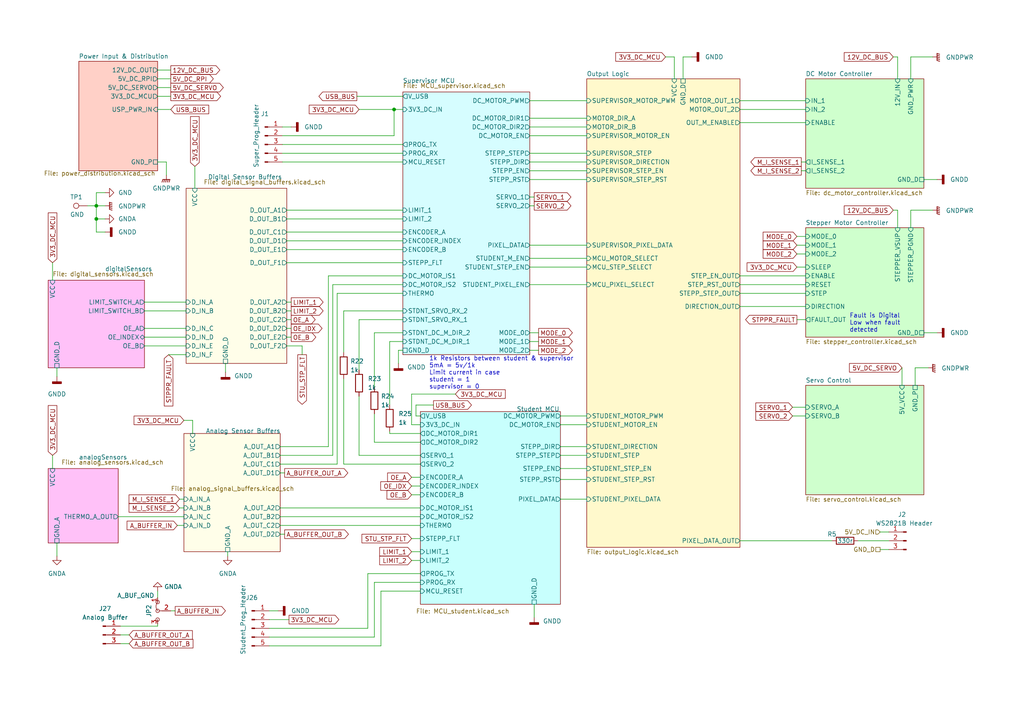
<source format=kicad_sch>
(kicad_sch (version 20211123) (generator eeschema)
  (paper "A4")
  (lib_symbols
    (symbol "000_Connectors_Immo:Jumper_3_Bridged12" (pin_names (offset 0) hide)
      (property "Reference" "JP" (at -2.54 -2.54 0))
      (property "Value" "Jumper_3_Bridged12" (at 0 2.794 0))
      (symbol "Jumper_3_Bridged12_0_0"
        (circle (center -2.54 0) (radius 0.508))
        (circle (center 0 0) (radius 0.508))
        (circle (center 2.54 0) (radius 0.508))
      )
      (symbol "Jumper_3_Bridged12_0_1"
        (arc (start 0 -0.0807) (mid -1.27 0.4699) (end -2.54 -0.0807))
        (polyline (pts (xy 0 -1.27) (xy 0 -0.508)))
      )
      (symbol "Jumper_3_Bridged12_1_1"
        (pin passive line (at -3.81 0 0) (length 1.27) (name "A") (number "1"))
        (pin input line (at 0 -3.81 90) (length 2.54) (name "C") (number "2"))
        (pin passive line (at 3.81 0 180) (length 1.27) (name "B") (number "3"))
      )
    )
    (symbol "000_Pin_Headers_Immo:Conn_01x05_Male" (pin_names (offset 1.016) hide)
      (property "Reference" "J" (at 0 7.62 0))
      (property "Value" "Conn_01x05_Male" (at 0 -7.62 0))
      (symbol "Conn_01x05_Male_1_1"
        (polyline (pts (xy 1.27 -5.08) (xy 0.8636 -5.08)) (stroke (width 0.1524)))
        (polyline (pts (xy 1.27 -2.54) (xy 0.8636 -2.54)) (stroke (width 0.1524)))
        (polyline (pts (xy 1.27 0) (xy 0.8636 0)) (stroke (width 0.1524)))
        (polyline (pts (xy 1.27 2.54) (xy 0.8636 2.54)) (stroke (width 0.1524)))
        (polyline (pts (xy 1.27 5.08) (xy 0.8636 5.08)) (stroke (width 0.1524)))
        (rectangle (start 0.8636 -4.953) (end 0 -5.207) (stroke (width 0.1524)) (fill (type outline)))
        (rectangle (start 0.8636 -2.413) (end 0 -2.667) (stroke (width 0.1524)) (fill (type outline)))
        (rectangle (start 0.8636 0.127) (end 0 -0.127) (stroke (width 0.1524)) (fill (type outline)))
        (rectangle (start 0.8636 2.667) (end 0 2.413) (stroke (width 0.1524)) (fill (type outline)))
        (rectangle (start 0.8636 5.207) (end 0 4.953) (stroke (width 0.1524)) (fill (type outline)))
        (pin passive line (at 5.08 5.08 180) (length 3.81) (name "Pin_1") (number "1"))
        (pin passive line (at 5.08 2.54 180) (length 3.81) (name "Pin_2") (number "2"))
        (pin passive line (at 5.08 0 180) (length 3.81) (name "Pin_3") (number "3"))
        (pin passive line (at 5.08 -2.54 180) (length 3.81) (name "Pin_4") (number "4"))
        (pin passive line (at 5.08 -5.08 180) (length 3.81) (name "Pin_5") (number "5"))
      )
    )
    (symbol "000_Resistors_Immo:Resistor_0805" (pin_numbers hide) (pin_names (offset 0))
      (property "Reference" "R?" (at -2.54 3.81 0))
      (property "Value" "Resistor_0805" (at -5.08 2.54 0))
      (symbol "Resistor_0805_0_1"
        (rectangle (start 2.54 -1.016) (end -2.54 1.016) (stroke (width 0.254)))
      )
      (symbol "Resistor_0805_1_1"
        (pin passive line (at -3.81 0 0) (length 1.27) (name "~") (number "1"))
        (pin passive line (at 3.81 0 180) (length 1.27) (name "~") (number "2"))
      )
    )
    (symbol "Connector:Conn_01x03_Male" (pin_names (offset 1.016) hide)
      (property "Reference" "J" (at 0 5.08 0))
      (property "Value" "Conn_01x03_Male" (at 2.54 -4.191 0))
      (symbol "Conn_01x03_Male_1_1"
        (polyline (pts (xy 1.27 -2.54) (xy 0.8636 -2.54)) (stroke (width 0.1524)))
        (polyline (pts (xy 1.27 0) (xy 0.8636 0)) (stroke (width 0.1524)))
        (polyline (pts (xy 1.27 2.54) (xy 0.8636 2.54)) (stroke (width 0.1524)))
        (rectangle (start 0.8636 -2.413) (end 0 -2.667) (stroke (width 0.1524)) (fill (type outline)))
        (rectangle (start 0.8636 0.127) (end 0 -0.127) (stroke (width 0.1524)) (fill (type outline)))
        (rectangle (start 0.8636 2.667) (end 0 2.413) (stroke (width 0.1524)) (fill (type outline)))
        (pin passive line (at 5.08 2.54 180) (length 3.81) (name "Pin_1") (number "1"))
        (pin passive line (at 5.08 0 180) (length 3.81) (name "Pin_2") (number "2"))
        (pin passive line (at 5.08 -2.54 180) (length 3.81) (name "Pin_3") (number "3"))
      )
    )
    (symbol "Connector:TestPoint" (pin_numbers hide) (pin_names (offset 0.762) hide)
      (property "Reference" "TP" (at 0 6.858 0))
      (property "Value" "TestPoint" (at 0 5.08 0))
      (symbol "TestPoint_0_1"
        (circle (center 0 3.302) (radius 0.762))
      )
      (symbol "TestPoint_1_1"
        (pin passive line (at 0 0 90) (length 2.54) (name "1") (number "1"))
      )
    )
    (symbol "power:GND" (power) (pin_names (offset 0))
      (property "Value" "GND" (at 0 -3.81 0))
      (symbol "GND_0_1"
        (polyline (pts (xy 0 0) (xy 0 -1.27) (xy 1.27 -1.27) (xy 0 -2.54) (xy -1.27 -1.27) (xy 0 -1.27)))
      )
      (symbol "GND_1_1"
        (pin power_in line (at 0 0 270) (length 0) hide (name "GND") (number "1"))
      )
    )
    (symbol "power:GNDA" (power) (pin_names (offset 0))
      (property "Value" "GNDA" (at 0 -3.81 0))
      (symbol "GNDA_0_1"
        (polyline (pts (xy 0 0) (xy 0 -1.27) (xy 1.27 -1.27) (xy 0 -2.54) (xy -1.27 -1.27) (xy 0 -1.27)))
      )
      (symbol "GNDA_1_1"
        (pin power_in line (at 0 0 270) (length 0) hide (name "GNDA") (number "1"))
      )
    )
    (symbol "power:GNDD" (power) (pin_names (offset 0))
      (property "Value" "GNDD" (at 0 -3.175 0))
      (symbol "GNDD_0_1"
        (rectangle (start -1.27 -1.524) (end 1.27 -2.032) (stroke (width 0.254)) (fill (type outline)))
        (polyline (pts (xy 0 0) (xy 0 -1.524)))
      )
      (symbol "GNDD_1_1"
        (pin power_in line (at 0 0 270) (length 0) hide (name "GNDD") (number "1"))
      )
    )
    (symbol "power:GNDPWR" (power) (pin_names (offset 0))
      (property "Value" "GNDPWR" (at 0 -3.302 0))
      (symbol "GNDPWR_0_1"
        (polyline (pts (xy 0 -1.27) (xy 0 0)))
        (polyline (pts (xy -1.016 -1.27) (xy -1.27 -2.032) (xy -1.27 -2.032)) (stroke (width 0.2032)))
        (polyline (pts (xy -0.508 -1.27) (xy -0.762 -2.032) (xy -0.762 -2.032)) (stroke (width 0.2032)))
        (polyline (pts (xy 0 -1.27) (xy -0.254 -2.032) (xy -0.254 -2.032)) (stroke (width 0.2032)))
        (polyline (pts (xy 0.508 -1.27) (xy 0.254 -2.032) (xy 0.254 -2.032)) (stroke (width 0.2032)))
        (polyline (pts (xy 1.016 -1.27) (xy -1.016 -1.27) (xy -1.016 -1.27)) (stroke (width 0.2032)))
        (polyline (pts (xy 1.016 -1.27) (xy 0.762 -2.032) (xy 0.762 -2.032) (xy 0.762 -2.032)) (stroke (width 0.2032)))
      )
      (symbol "GNDPWR_1_1"
        (pin power_in line (at 0 0 270) (length 0) hide (name "GNDPWR") (number "1"))
      )
    )
  )
  (junction (at 27.94 63.5))
  (junction (at 27.94 59.69))
  (junction (at 114.3 31.75))
  (wire (pts (xy 78.105 182.245) (xy 106.68 182.245)))
  (wire (pts (xy 231.14 71.12) (xy 233.68 71.12)))
  (wire (pts (xy 153.67 57.15) (xy 154.94 57.15)))
  (wire (pts (xy 45.72 22.86) (xy 49.53 22.86)))
  (wire (pts (xy 108.585 184.785) (xy 108.585 168.91)))
  (wire (pts (xy 115.57 105.41) (xy 115.57 101.6)))
  (wire (pts (xy 81.28 129.54) (xy 95.25 129.54)))
  (wire (pts (xy 260.35 16.51) (xy 260.35 22.86)))
  (wire (pts (xy 81.915 41.91) (xy 116.84 41.91)))
  (wire (pts (xy 231.14 73.66) (xy 233.68 73.66)))
  (wire (pts (xy 153.67 82.55) (xy 170.18 82.55)))
  (wire (pts (xy 56.515 54.61) (xy 56.515 48.26)))
  (wire (pts (xy 231.14 68.58) (xy 233.68 68.58)))
  (wire (pts (xy 193.04 16.51) (xy 195.58 16.51)))
  (wire (pts (xy 83.185 95.25) (xy 84.455 95.25)))
  (wire (pts (xy 153.67 77.47) (xy 170.18 77.47)))
  (wire (pts (xy 259.08 16.51) (xy 260.35 16.51)))
  (wire (pts (xy 231.14 92.71) (xy 233.68 92.71)))
  (wire (pts (xy 162.56 132.08) (xy 170.18 132.08)))
  (wire (pts (xy 27.94 67.31) (xy 27.94 63.5)))
  (wire (pts (xy 41.91 97.79) (xy 53.975 97.79)))
  (wire (pts (xy 114.3 39.37) (xy 114.3 31.75)))
  (wire (pts (xy 83.185 69.85) (xy 116.84 69.85)))
  (wire (pts (xy 45.72 31.75) (xy 49.53 31.75)))
  (wire (pts (xy 153.67 36.83) (xy 170.18 36.83)))
  (wire (pts (xy 104.14 132.08) (xy 104.14 114.935)))
  (wire (pts (xy 104.14 31.75) (xy 114.3 31.75)))
  (wire (pts (xy 34.29 149.86) (xy 53.34 149.86)))
  (wire (pts (xy 65.405 105.41) (xy 65.405 107.95)))
  (wire (pts (xy 153.67 99.06) (xy 156.21 99.06)))
  (wire (pts (xy 99.695 134.62) (xy 121.92 134.62)))
  (wire (pts (xy 95.25 129.54) (xy 95.25 80.01)))
  (wire (pts (xy 119.38 162.56) (xy 121.92 162.56)))
  (wire (pts (xy 83.185 76.2) (xy 116.84 76.2)))
  (wire (pts (xy 229.87 118.11) (xy 233.68 118.11)))
  (wire (pts (xy 119.38 114.3) (xy 119.38 123.19)))
  (wire (pts (xy 231.14 77.47) (xy 233.68 77.47)))
  (wire (pts (xy 121.92 125.73) (xy 113.03 125.73)))
  (wire (pts (xy 153.67 46.99) (xy 170.18 46.99)))
  (wire (pts (xy 214.63 88.9) (xy 233.68 88.9)))
  (wire (pts (xy 48.26 46.99) (xy 45.72 46.99)))
  (wire (pts (xy 97.79 134.62) (xy 97.79 85.09)))
  (wire (pts (xy 41.91 90.17) (xy 53.975 90.17)))
  (wire (pts (xy 16.51 106.68) (xy 16.51 109.22)))
  (wire (pts (xy 27.94 59.69) (xy 30.48 59.69)))
  (wire (pts (xy 49.53 177.165) (xy 50.8 177.165)))
  (wire (pts (xy 83.185 90.17) (xy 84.455 90.17)))
  (wire (pts (xy 119.38 140.97) (xy 121.92 140.97)))
  (wire (pts (xy 153.67 96.52) (xy 156.21 96.52)))
  (wire (pts (xy 87.63 100.33) (xy 87.63 102.87)))
  (wire (pts (xy 108.585 128.27) (xy 108.585 120.015)))
  (wire (pts (xy 108.585 168.91) (xy 121.92 168.91)))
  (wire (pts (xy 153.67 39.37) (xy 170.18 39.37)))
  (wire (pts (xy 83.185 97.79) (xy 84.455 97.79)))
  (wire (pts (xy 48.895 102.87) (xy 53.975 102.87)))
  (wire (pts (xy 81.28 149.86) (xy 121.92 149.86)))
  (wire (pts (xy 81.915 39.37) (xy 114.3 39.37)))
  (wire (pts (xy 27.94 59.69) (xy 27.94 63.5)))
  (wire (pts (xy 52.07 144.78) (xy 53.34 144.78)))
  (wire (pts (xy 257.81 154.305) (xy 255.27 154.305)))
  (wire (pts (xy 153.67 44.45) (xy 170.18 44.45)))
  (wire (pts (xy 110.49 171.45) (xy 121.92 171.45)))
  (wire (pts (xy 78.105 184.785) (xy 108.585 184.785)))
  (wire (pts (xy 113.03 99.06) (xy 116.84 99.06)))
  (wire (pts (xy 80.645 177.165) (xy 78.105 177.165)))
  (wire (pts (xy 125.73 117.475) (xy 120.65 117.475)))
  (wire (pts (xy 16.51 157.48) (xy 16.51 161.29)))
  (wire (pts (xy 153.67 74.93) (xy 170.18 74.93)))
  (wire (pts (xy 214.63 85.09) (xy 233.68 85.09)))
  (wire (pts (xy 37.465 184.15) (xy 34.925 184.15)))
  (wire (pts (xy 83.185 67.31) (xy 116.84 67.31)))
  (wire (pts (xy 267.97 52.07) (xy 271.78 52.07)))
  (wire (pts (xy 115.57 101.6) (xy 116.84 101.6)))
  (wire (pts (xy 214.63 31.75) (xy 233.68 31.75)))
  (wire (pts (xy 99.695 109.855) (xy 99.695 134.62)))
  (wire (pts (xy 265.43 106.68) (xy 265.43 111.76)))
  (wire (pts (xy 119.38 123.19) (xy 121.92 123.19)))
  (wire (pts (xy 108.585 96.52) (xy 116.84 96.52)))
  (wire (pts (xy 55.88 121.92) (xy 55.88 125.73)))
  (wire (pts (xy 41.91 100.33) (xy 53.975 100.33)))
  (wire (pts (xy 83.185 100.33) (xy 87.63 100.33)))
  (wire (pts (xy 25.4 59.69) (xy 27.94 59.69)))
  (wire (pts (xy 96.52 82.55) (xy 116.84 82.55)))
  (wire (pts (xy 162.56 120.65) (xy 170.18 120.65)))
  (wire (pts (xy 214.63 82.55) (xy 233.68 82.55)))
  (wire (pts (xy 104.14 107.315) (xy 104.14 92.71)))
  (wire (pts (xy 41.91 87.63) (xy 53.975 87.63)))
  (wire (pts (xy 15.24 132.08) (xy 15.24 135.89)))
  (wire (pts (xy 162.56 135.89) (xy 170.18 135.89)))
  (wire (pts (xy 104.14 92.71) (xy 116.84 92.71)))
  (wire (pts (xy 78.105 179.705) (xy 83.82 179.705)))
  (wire (pts (xy 83.185 63.5) (xy 116.84 63.5)))
  (wire (pts (xy 113.03 125.095) (xy 113.03 125.73)))
  (wire (pts (xy 81.28 134.62) (xy 97.79 134.62)))
  (wire (pts (xy 48.26 50.8) (xy 48.26 46.99)))
  (wire (pts (xy 153.67 71.12) (xy 170.18 71.12)))
  (wire (pts (xy 37.465 186.69) (xy 34.925 186.69)))
  (wire (pts (xy 153.67 49.53) (xy 170.18 49.53)))
  (wire (pts (xy 27.94 55.88) (xy 27.94 59.69)))
  (wire (pts (xy 108.585 128.27) (xy 121.92 128.27)))
  (wire (pts (xy 113.03 99.06) (xy 113.03 117.475)))
  (wire (pts (xy 270.51 16.51) (xy 264.16 16.51)))
  (wire (pts (xy 78.105 187.325) (xy 110.49 187.325)))
  (wire (pts (xy 51.435 152.4) (xy 53.34 152.4)))
  (wire (pts (xy 248.92 156.845) (xy 257.81 156.845)))
  (wire (pts (xy 162.56 123.19) (xy 170.18 123.19)))
  (wire (pts (xy 114.3 31.75) (xy 116.84 31.75)))
  (wire (pts (xy 119.38 138.43) (xy 121.92 138.43)))
  (wire (pts (xy 198.12 16.51) (xy 200.66 16.51)))
  (wire (pts (xy 95.25 80.01) (xy 116.84 80.01)))
  (wire (pts (xy 119.38 160.02) (xy 121.92 160.02)))
  (wire (pts (xy 30.48 55.88) (xy 27.94 55.88)))
  (wire (pts (xy 232.41 49.53) (xy 233.68 49.53)))
  (wire (pts (xy 214.63 156.845) (xy 241.3 156.845)))
  (wire (pts (xy 120.65 120.65) (xy 121.92 120.65)))
  (wire (pts (xy 119.38 114.3) (xy 132.08 114.3)))
  (wire (pts (xy 41.91 95.25) (xy 53.975 95.25)))
  (wire (pts (xy 267.97 96.52) (xy 271.78 96.52)))
  (wire (pts (xy 198.12 16.51) (xy 198.12 22.86)))
  (wire (pts (xy 45.72 27.94) (xy 49.53 27.94)))
  (wire (pts (xy 229.87 120.65) (xy 233.68 120.65)))
  (wire (pts (xy 108.585 112.395) (xy 108.585 96.52)))
  (wire (pts (xy 232.41 46.99) (xy 233.68 46.99)))
  (wire (pts (xy 83.185 72.39) (xy 116.84 72.39)))
  (wire (pts (xy 99.695 90.17) (xy 116.84 90.17)))
  (wire (pts (xy 99.695 102.235) (xy 99.695 90.17)))
  (wire (pts (xy 260.35 66.04) (xy 260.35 60.96)))
  (wire (pts (xy 153.67 59.69) (xy 154.94 59.69)))
  (wire (pts (xy 269.24 106.68) (xy 265.43 106.68)))
  (wire (pts (xy 81.915 44.45) (xy 116.84 44.45)))
  (wire (pts (xy 120.65 117.475) (xy 120.65 120.65)))
  (wire (pts (xy 84.455 36.83) (xy 81.915 36.83)))
  (wire (pts (xy 53.34 121.92) (xy 55.88 121.92)))
  (wire (pts (xy 83.185 87.63) (xy 84.455 87.63)))
  (wire (pts (xy 103.505 27.94) (xy 116.84 27.94)))
  (wire (pts (xy 106.68 182.245) (xy 106.68 166.37)))
  (wire (pts (xy 153.67 34.29) (xy 170.18 34.29)))
  (wire (pts (xy 162.56 144.78) (xy 170.18 144.78)))
  (wire (pts (xy 214.63 29.21) (xy 233.68 29.21)))
  (wire (pts (xy 30.48 67.31) (xy 27.94 67.31)))
  (wire (pts (xy 81.28 147.32) (xy 121.92 147.32)))
  (wire (pts (xy 110.49 187.325) (xy 110.49 171.45)))
  (wire (pts (xy 45.72 20.32) (xy 49.53 20.32)))
  (wire (pts (xy 162.56 129.54) (xy 170.18 129.54)))
  (wire (pts (xy 81.28 132.08) (xy 96.52 132.08)))
  (wire (pts (xy 162.56 139.065) (xy 170.18 139.065)))
  (wire (pts (xy 119.38 143.51) (xy 121.92 143.51)))
  (wire (pts (xy 153.67 29.21) (xy 170.18 29.21)))
  (wire (pts (xy 214.63 35.56) (xy 233.68 35.56)))
  (wire (pts (xy 260.35 60.96) (xy 259.08 60.96)))
  (wire (pts (xy 153.67 52.07) (xy 170.18 52.07)))
  (wire (pts (xy 104.14 132.08) (xy 121.92 132.08)))
  (wire (pts (xy 34.925 181.61) (xy 45.72 181.61)))
  (wire (pts (xy 154.94 179.07) (xy 154.94 175.26)))
  (wire (pts (xy 214.63 80.01) (xy 233.68 80.01)))
  (wire (pts (xy 45.72 171.45) (xy 45.72 173.355)))
  (wire (pts (xy 81.915 46.99) (xy 116.84 46.99)))
  (wire (pts (xy 195.58 16.51) (xy 195.58 22.86)))
  (wire (pts (xy 96.52 132.08) (xy 96.52 82.55)))
  (wire (pts (xy 81.28 152.4) (xy 121.92 152.4)))
  (wire (pts (xy 153.67 101.6) (xy 156.21 101.6)))
  (wire (pts (xy 257.81 159.385) (xy 255.27 159.385)))
  (wire (pts (xy 270.51 60.96) (xy 264.16 60.96)))
  (wire (pts (xy 97.79 85.09) (xy 116.84 85.09)))
  (wire (pts (xy 83.185 92.71) (xy 84.455 92.71)))
  (wire (pts (xy 264.16 60.96) (xy 264.16 66.04)))
  (wire (pts (xy 52.07 147.32) (xy 53.34 147.32)))
  (wire (pts (xy 261.62 106.68) (xy 261.62 111.76)))
  (wire (pts (xy 83.185 60.96) (xy 116.84 60.96)))
  (wire (pts (xy 45.72 25.4) (xy 49.53 25.4)))
  (wire (pts (xy 27.94 63.5) (xy 30.48 63.5)))
  (wire (pts (xy 45.72 180.975) (xy 45.72 181.61)))
  (wire (pts (xy 81.28 137.16) (xy 82.55 137.16)))
  (wire (pts (xy 15.24 76.2) (xy 15.24 81.28)))
  (wire (pts (xy 66.04 160.02) (xy 66.04 161.29)))
  (wire (pts (xy 264.16 16.51) (xy 264.16 22.86)))
  (wire (pts (xy 106.68 166.37) (xy 121.92 166.37)))
  (wire (pts (xy 119.38 156.21) (xy 121.92 156.21)))
  (wire (pts (xy 82.55 154.94) (xy 81.28 154.94)))
  (text "1k Resistors between student & supervisor\n5mA = 5v/1k \nLimit current in case\nstudent = 1\nsupervisor = 0" (at 124.46 113.03 0) (effects (font (size 1.27 1.27)) (justify left bottom)))
  (text "Fault is Digital\nLow when fault \ndetected" (at 246.38 96.52 0) (effects (font (size 1.27 1.27)) (justify left bottom)))
  (global_label "MODE_1" (shape output) (at 156.21 99.06 0) (property "Intersheet References" "${INTERSHEET_REFS}" (effects hide)))
  (global_label "M_I_SENSE_1" (shape input) (at 52.07 144.78 180) (property "Intersheet References" "${INTERSHEET_REFS}" (effects hide)))
  (global_label "MODE_0" (shape output) (at 156.21 96.52 0) (property "Intersheet References" "${INTERSHEET_REFS}" (effects hide)))
  (global_label "LIMIT_1" (shape output) (at 84.455 87.63 0) (property "Intersheet References" "${INTERSHEET_REFS}" (effects hide)))
  (global_label "USB_BUS" (shape input) (at 49.53 31.75 0) (property "Intersheet References" "${INTERSHEET_REFS}" (effects hide)))
  (global_label "LIMIT_2" (shape output) (at 84.455 90.17 0) (property "Intersheet References" "${INTERSHEET_REFS}" (effects hide)))
  (global_label "STU_STP_FLT" (shape input) (at 119.38 156.21 180) (property "Intersheet References" "${INTERSHEET_REFS}" (effects hide)))
  (global_label "3V3_DC_MCU" (shape output) (at 49.53 27.94 0) (property "Intersheet References" "${INTERSHEET_REFS}" (effects hide)))
  (global_label "M_I_SENSE_2" (shape output) (at 232.41 49.53 180) (property "Intersheet References" "${INTERSHEET_REFS}" (effects hide)))
  (global_label "3V3_DC_MCU" (shape output) (at 83.82 179.705 0) (property "Intersheet References" "${INTERSHEET_REFS}" (effects hide)))
  (global_label "SERVO_2" (shape input) (at 229.87 120.65 180) (property "Intersheet References" "${INTERSHEET_REFS}" (effects hide)))
  (global_label "MODE_2" (shape input) (at 231.14 73.66 180) (property "Intersheet References" "${INTERSHEET_REFS}" (effects hide)))
  (global_label "3V3_DC_MCU" (shape input) (at 104.14 31.75 180) (property "Intersheet References" "${INTERSHEET_REFS}" (effects hide)))
  (global_label "MODE_0" (shape input) (at 231.14 68.58 180) (property "Intersheet References" "${INTERSHEET_REFS}" (effects hide)))
  (global_label "5V_DC_RPI" (shape output) (at 49.53 22.86 0) (property "Intersheet References" "${INTERSHEET_REFS}" (effects hide)))
  (global_label "STU_STP_FLT" (shape output) (at 87.63 102.87 270) (property "Intersheet References" "${INTERSHEET_REFS}" (effects hide)))
  (global_label "5V_DC_SERVO" (shape input) (at 261.62 106.68 180) (property "Intersheet References" "${INTERSHEET_REFS}" (effects hide)))
  (global_label "3V3_DC_MCU" (shape input) (at 15.24 132.08 90) (property "Intersheet References" "${INTERSHEET_REFS}" (effects hide)))
  (global_label "OE_A" (shape input) (at 119.38 138.43 180) (property "Intersheet References" "${INTERSHEET_REFS}" (effects hide)))
  (global_label "A_BUFFER_IN" (shape input) (at 51.435 152.4 180) (property "Intersheet References" "${INTERSHEET_REFS}" (effects hide)))
  (global_label "3V3_DC_MCU" (shape input) (at 193.04 16.51 180) (property "Intersheet References" "${INTERSHEET_REFS}" (effects hide)))
  (global_label "USB_BUS" (shape output) (at 103.505 27.94 180) (property "Intersheet References" "${INTERSHEET_REFS}" (effects hide)))
  (global_label "OE_A" (shape output) (at 84.455 92.71 0) (property "Intersheet References" "${INTERSHEET_REFS}" (effects hide)))
  (global_label "5V_DC_SERVO" (shape output) (at 49.53 25.4 0) (property "Intersheet References" "${INTERSHEET_REFS}" (effects hide)))
  (global_label "3V3_DC_MCU" (shape input) (at 231.14 77.47 180) (property "Intersheet References" "${INTERSHEET_REFS}" (effects hide)))
  (global_label "A_BUFFER_OUT_A" (shape input) (at 37.465 184.15 0) (property "Intersheet References" "${INTERSHEET_REFS}" (effects hide)))
  (global_label "3V3_DC_MCU" (shape input) (at 56.515 48.26 90) (property "Intersheet References" "${INTERSHEET_REFS}" (effects hide)))
  (global_label "LIMIT_2" (shape input) (at 119.38 162.56 180) (property "Intersheet References" "${INTERSHEET_REFS}" (effects hide)))
  (global_label "MODE_1" (shape input) (at 231.14 71.12 180) (property "Intersheet References" "${INTERSHEET_REFS}" (effects hide)))
  (global_label "12V_DC_BUS" (shape input) (at 259.08 60.96 180) (property "Intersheet References" "${INTERSHEET_REFS}" (effects hide)))
  (global_label "OE_IDX" (shape output) (at 84.455 95.25 0) (property "Intersheet References" "${INTERSHEET_REFS}" (effects hide)))
  (global_label "OE_B" (shape output) (at 84.455 97.79 0) (property "Intersheet References" "${INTERSHEET_REFS}" (effects hide)))
  (global_label "STPPR_FAULT" (shape input) (at 48.895 102.87 270) (property "Intersheet References" "${INTERSHEET_REFS}" (effects hide)))
  (global_label "12V_DC_BUS" (shape output) (at 49.53 20.32 0) (property "Intersheet References" "${INTERSHEET_REFS}" (effects hide)))
  (global_label "MODE_2" (shape output) (at 156.21 101.6 0) (property "Intersheet References" "${INTERSHEET_REFS}" (effects hide)))
  (global_label "3V3_DC_MCU" (shape input) (at 132.08 114.3 0) (property "Intersheet References" "${INTERSHEET_REFS}" (effects hide)))
  (global_label "M_I_SENSE_2" (shape input) (at 52.07 147.32 180) (property "Intersheet References" "${INTERSHEET_REFS}" (effects hide)))
  (global_label "A_BUFFER_OUT_A" (shape output) (at 82.55 137.16 0) (property "Intersheet References" "${INTERSHEET_REFS}" (effects hide)))
  (global_label "SERVO_2" (shape output) (at 154.94 59.69 0) (property "Intersheet References" "${INTERSHEET_REFS}" (effects hide)))
  (global_label "USB_BUS" (shape output) (at 125.73 117.475 0) (property "Intersheet References" "${INTERSHEET_REFS}" (effects hide)))
  (global_label "M_I_SENSE_1" (shape output) (at 232.41 46.99 180) (property "Intersheet References" "${INTERSHEET_REFS}" (effects hide)))
  (global_label "3V3_DC_MCU" (shape input) (at 15.24 76.2 90) (property "Intersheet References" "${INTERSHEET_REFS}" (effects hide)))
  (global_label "OE_B" (shape input) (at 119.38 143.51 180) (property "Intersheet References" "${INTERSHEET_REFS}" (effects hide)))
  (global_label "STPPR_FAULT" (shape output) (at 231.14 92.71 180) (property "Intersheet References" "${INTERSHEET_REFS}" (effects hide)))
  (global_label "LIMIT_1" (shape input) (at 119.38 160.02 180) (property "Intersheet References" "${INTERSHEET_REFS}" (effects hide)))
  (global_label "OE_IDX" (shape input) (at 119.38 140.97 180) (property "Intersheet References" "${INTERSHEET_REFS}" (effects hide)))
  (global_label "A_BUFFER_IN" (shape output) (at 50.8 177.165 0) (property "Intersheet References" "${INTERSHEET_REFS}" (effects hide)))
  (global_label "SERVO_1" (shape input) (at 229.87 118.11 180) (property "Intersheet References" "${INTERSHEET_REFS}" (effects hide)))
  (global_label "3V3_DC_MCU" (shape input) (at 53.34 121.92 180) (property "Intersheet References" "${INTERSHEET_REFS}" (effects hide)))
  (global_label "A_BUFFER_OUT_B" (shape output) (at 82.55 154.94 0) (property "Intersheet References" "${INTERSHEET_REFS}" (effects hide)))
  (global_label "A_BUFFER_OUT_B" (shape input) (at 37.465 186.69 0) (property "Intersheet References" "${INTERSHEET_REFS}" (effects hide)))
  (global_label "12V_DC_BUS" (shape input) (at 259.08 16.51 180) (property "Intersheet References" "${INTERSHEET_REFS}" (effects hide)))
  (global_label "SERVO_1" (shape output) (at 154.94 57.15 0) (property "Intersheet References" "${INTERSHEET_REFS}" (effects hide)))
  (hierarchical_label "GND_D" (shape passive) (at 255.27 159.385 180))
  (hierarchical_label "5V_DC_IN" (shape input) (at 255.27 154.305 180))
  (symbol (lib_id "power:GNDPWR") (at 269.24 106.68 90) (unit 1)
    (property "Reference" "#PWR014" (effects hide))
    (property "Value" "GNDPWR" (at 273.05 106.8069 90) (effects (justify right)))
  )
  (symbol (lib_id "Connector:Conn_01x03_Male") (at 29.845 184.15 0) (unit 1)
    (property "Reference" "J27" (at 30.48 176.53 0))
    (property "Value" "Analog Buffer" (at 30.48 179.07 0))
    (property "Footprint" "Connector_PinHeader_2.54mm:PinHeader_1x03_P2.54mm_Vertical" (effects hide))
  )
  (symbol (lib_id "power:GNDD") (at 16.51 109.22 0) (unit 1)
    (property "Reference" "#PWR01" (effects hide))
    (property "Value" "GNDD" (at 16.51 114.3 0))
  )
  (symbol (lib_id "Connector:TestPoint") (at 25.4 59.69 90) (unit 1)
    (property "Reference" "TP1" (at 20.32 57.15 90) (effects (justify right)))
    (property "Value" "GND" (at 20.32 62.23 90) (effects (justify right)))
    (property "Footprint" "TestPoint:TestPoint_Pad_D1.5mm" (effects hide))
  )
  (symbol (lib_id "000_Pin_Headers_Immo:Conn_01x05_Male") (at 76.835 41.91 0) (unit 1)
    (property "Reference" "J1" (at 76.835 33.02 0))
    (property "Value" "Super_Prog_Header" (at 74.295 39.37 90))
    (property "Footprint" "Connector_PinHeader_2.54mm:PinHeader_1x05_P2.54mm_Vertical" (effects hide))
  )
  (symbol (lib_id "power:GNDD") (at 271.78 52.07 90) (unit 1)
    (property "Reference" "#PWR017" (effects hide))
    (property "Value" "GNDD" (at 275.59 52.0699 90) (effects (justify right)))
  )
  (symbol (lib_id "power:GND") (at 30.48 55.88 90) (unit 1)
    (property "Reference" "#PWR03" (effects hide))
    (property "Value" "GND" (at 34.29 55.8799 90) (effects (justify right)))
  )
  (symbol (lib_id "000_Resistors_Immo:Resistor_0805") (at 108.585 116.205 90) (unit 1)
    (property "Reference" "R24" (at 110.49 114.9349 90) (effects (justify right)))
    (property "Value" "1k" (at 110.49 117.4749 90) (effects (justify right)))
    (property "Footprint" "Resistor_SMD:R_0805_2012Metric_Pad1.20x1.40mm_HandSolder" (effects hide))
  )
  (symbol (lib_id "power:GNDD") (at 84.455 36.83 90) (unit 1)
    (property "Reference" "#PWR010" (effects hide))
    (property "Value" "GNDD" (at 88.265 36.8299 90) (effects (justify right)))
  )
  (symbol (lib_id "power:GNDA") (at 16.51 161.29 0) (unit 1)
    (property "Reference" "#PWR02" (effects hide))
    (property "Value" "GNDA" (at 16.51 166.37 0))
  )
  (symbol (lib_id "power:GNDPWR") (at 30.48 59.69 90) (unit 1)
    (property "Reference" "#PWR04" (effects hide))
    (property "Value" "GNDPWR" (at 34.29 59.8169 90) (effects (justify right)))
  )
  (symbol (lib_id "power:GNDPWR") (at 48.26 50.8 0) (unit 1)
    (property "Reference" "#PWR07" (effects hide))
    (property "Value" "GNDPWR" (at 48.26 54.61 0))
  )
  (symbol (lib_id "power:GNDD") (at 80.645 177.165 90) (unit 1)
    (property "Reference" "#PWR019" (effects hide))
    (property "Value" "GNDD" (at 84.455 177.1649 90) (effects (justify right)))
  )
  (symbol (lib_id "power:GNDA") (at 30.48 63.5 90) (unit 1)
    (property "Reference" "#PWR05" (effects hide))
    (property "Value" "GNDA" (at 34.29 63.4999 90) (effects (justify right)))
  )
  (symbol (lib_id "power:GNDD") (at 65.405 107.95 0) (unit 1)
    (property "Reference" "#PWR08" (effects hide))
    (property "Value" "GNDD" (at 67.945 109.0294 0) (effects (justify left)))
  )
  (symbol (lib_id "000_Connectors_Immo:Jumper_3_Bridged12") (at 45.72 177.165 90) (mirror x) (unit 1)
    (property "Reference" "JP2" (at 43.18 177.165 0))
    (property "Value" "A_BUF_GND" (at 39.37 172.72 90))
    (property "Footprint" "Jumper:SolderJumper-3_P1.3mm_Bridged12_RoundedPad1.0x1.5mm" (effects hide))
  )
  (symbol (lib_id "power:GNDPWR") (at 270.51 16.51 90) (unit 1)
    (property "Reference" "#PWR015" (effects hide))
    (property "Value" "GNDPWR" (at 274.32 16.6369 90) (effects (justify right)))
  )
  (symbol (lib_id "power:GNDD") (at 115.57 105.41 0) (unit 1)
    (property "Reference" "#PWR011" (effects hide))
    (property "Value" "GNDD" (at 118.11 106.4894 0) (effects (justify left)))
  )
  (symbol (lib_id "power:GNDD") (at 30.48 67.31 90) (unit 1)
    (property "Reference" "#PWR06" (effects hide))
    (property "Value" "GNDD" (at 34.29 67.3099 90) (effects (justify right)))
  )
  (symbol (lib_id "Connector:Conn_01x03_Male") (at 262.89 156.845 0) (mirror y) (unit 1)
    (property "Reference" "J2" (at 261.62 149.225 0))
    (property "Value" "WS2821B Header" (at 262.255 151.765 0))
    (property "Footprint" "Connector_PinHeader_2.54mm:PinHeader_1x03_P2.54mm_Vertical" (effects hide))
  )
  (symbol (lib_id "power:GNDD") (at 271.78 96.52 90) (unit 1)
    (property "Reference" "#PWR018" (effects hide))
    (property "Value" "GNDD" (at 275.59 96.5199 90) (effects (justify right)))
  )
  (symbol (lib_id "power:GNDA") (at 45.72 171.45 180) (unit 1)
    (property "Reference" "#PWR0101" (effects hide))
    (property "Value" "GNDA" (at 47.625 170.1799 0) (effects (justify right)))
  )
  (symbol (lib_id "power:GNDD") (at 154.94 179.07 0) (unit 1)
    (property "Reference" "#PWR012" (effects hide))
    (property "Value" "GNDD" (at 157.48 180.1494 0) (effects (justify left)))
  )
  (symbol (lib_id "power:GNDA") (at 66.04 161.29 0) (unit 1)
    (property "Reference" "#PWR09" (effects hide))
    (property "Value" "GNDA" (at 66.04 166.37 0))
  )
  (symbol (lib_id "000_Resistors_Immo:Resistor_0805") (at 104.14 111.125 90) (unit 1)
    (property "Reference" "R23" (at 106.68 109.8549 90) (effects (justify right)))
    (property "Value" "1k" (at 106.68 112.3949 90) (effects (justify right)))
    (property "Footprint" "Resistor_SMD:R_0805_2012Metric_Pad1.20x1.40mm_HandSolder" (effects hide))
  )
  (symbol (lib_id "000_Resistors_Immo:Resistor_0805") (at 245.11 156.845 0) (mirror x) (unit 1)
    (property "Reference" "R5" (at 241.3 154.94 0))
    (property "Value" "330r" (at 245.11 156.845 0))
    (property "Footprint" "Resistor_SMD:R_0805_2012Metric_Pad1.20x1.40mm_HandSolder" (effects hide))
  )
  (symbol (lib_id "000_Pin_Headers_Immo:Conn_01x05_Male") (at 73.025 182.245 0) (unit 1)
    (property "Reference" "J26" (at 73.025 173.355 0))
    (property "Value" "Student_Prog_Header" (at 70.485 179.705 90))
    (property "Footprint" "Connector_PinHeader_2.54mm:PinHeader_1x05_P2.54mm_Vertical" (effects hide))
  )
  (symbol (lib_id "power:GNDD") (at 200.66 16.51 90) (unit 1)
    (property "Reference" "#PWR013" (effects hide))
    (property "Value" "GNDD" (at 204.47 16.5099 90) (effects (justify right)))
  )
  (symbol (lib_id "000_Resistors_Immo:Resistor_0805") (at 99.695 106.045 90) (unit 1)
    (property "Reference" "R22" (at 101.6 104.7749 90) (effects (justify right)))
    (property "Value" "1k" (at 101.6 107.3149 90) (effects (justify right)))
    (property "Footprint" "Resistor_SMD:R_0805_2012Metric_Pad1.20x1.40mm_HandSolder" (effects hide))
  )
  (symbol (lib_id "power:GNDPWR") (at 270.51 60.96 90) (unit 1)
    (property "Reference" "#PWR016" (effects hide))
    (property "Value" "GNDPWR" (at 274.32 61.0869 90) (effects (justify right)))
  )
  (symbol (lib_id "000_Resistors_Immo:Resistor_0805") (at 113.03 121.285 90) (unit 1)
    (property "Reference" "R25" (at 115.57 120.0149 90) (effects (justify right)))
    (property "Value" "1k" (at 115.57 122.5549 90) (effects (justify right)))
    (property "Footprint" "Resistor_SMD:R_0805_2012Metric_Pad1.20x1.40mm_HandSolder" (effects hide))
  )
  (sheet (at 116.84 26.67) (size 36.83 76.2) (stroke (width 0.1524)) (fill (color 117 247 255 0.3000))
    (property "Sheet name" "Supervisor MCU" (at 116.84 24.13 0) (effects (justify left bottom)))
    (property "Sheet file" "MCU_supervisor.kicad_sch" (at 116.84 24.13 0) (effects (justify left top)))
    (pin "GND_D" passive (at 116.84 101.6 180))
    (pin "3V3_DC_IN" input (at 116.84 31.75 180))
    (pin "MCU_RESET" input (at 116.84 46.99 180))
    (pin "ENCODER_A" input (at 116.84 67.31 180))
    (pin "ENCODER_B" input (at 116.84 72.39 180))
    (pin "PROG_TX" output (at 116.84 41.91 180))
    (pin "PROG_RX" input (at 116.84 44.45 180))
    (pin "SERVO_1" output (at 153.67 57.15 0))
    (pin "LIMIT_1" input (at 116.84 60.96 180))
    (pin "LIMIT_2" input (at 116.84 63.5 180))
    (pin "MODE_0" output (at 153.67 96.52 0))
    (pin "SERVO_2" output (at 153.67 59.69 0))
    (pin "MODE_1" output (at 153.67 99.06 0))
    (pin "MODE_2" output (at 153.67 101.6 0))
    (pin "DC_MOTOR_PWM" output (at 153.67 29.21 0))
    (pin "ENCODER_INDEX" input (at 116.84 69.85 180))
    (pin "STDNT_SRVO_RX_1" input (at 116.84 92.71 180))
    (pin "STEPP_FLT" input (at 116.84 76.2 180))
    (pin "DC_MOTOR_IS2" input (at 116.84 82.55 180))
    (pin "DC_MOTOR_IS1" input (at 116.84 80.01 180))
    (pin "STDNT_SRVO_RX_2" input (at 116.84 90.17 180))
    (pin "STDNT_DC_M_DIR_1" input (at 116.84 99.06 180))
    (pin "STEPP_EN" output (at 153.67 49.53 0))
    (pin "STEPP_DIR" output (at 153.67 46.99 0))
    (pin "STEPP_RST" output (at 153.67 52.07 0))
    (pin "STEPP_STEP" output (at 153.67 44.45 0))
    (pin "DC_MOTOR_DIR2" output (at 153.67 36.83 0))
    (pin "DC_MOTOR_DIR1" output (at 153.67 34.29 0))
    (pin "PIXEL_DATA" output (at 153.67 71.12 0))
    (pin "STUDENT_STEP_EN" output (at 153.67 77.47 0))
    (pin "STUDENT_M_EN" output (at 153.67 74.93 0))
    (pin "STDNT_DC_M_DIR_2" input (at 116.84 96.52 180))
    (pin "STUDENT_PIXEL_EN" output (at 153.67 82.55 0))
    (pin "DC_MOTOR_EN" output (at 153.67 39.37 0))
    (pin "THERMO" input (at 116.84 85.09 180))
    (pin "V_USB" output (at 116.84 27.94 180))
  )
  (sheet (at 13.97 135.89) (size 20.32 21.59) (stroke (width 0.1524)) (fill (color 255 74 235 0.3400))
    (property "Sheet name" "analogSensors" (at 22.86 133.35 0) (effects (justify left bottom)))
    (property "Sheet file" "analog_sensors.kicad_sch" (at 17.78 133.35 0) (effects (justify left top)))
    (pin "GND_A" passive (at 16.51 157.48 270))
    (pin "THERMO_A_OUT" output (at 34.29 149.86 0))
    (pin "VCC" input (at 15.24 135.89 90))
  )
  (sheet (at 13.97 81.28) (size 27.94 25.4) (stroke (width 0.1524)) (fill (color 255 74 235 0.3400))
    (property "Sheet name" "digitalSensors" (at 30.48 78.74 0) (effects (justify left bottom)))
    (property "Sheet file" "digital_sensors.kicad_sch" (at 15.24 78.74 0) (effects (justify left top)))
    (pin "LIMIT_SWITCH_A" output (at 41.91 87.63 0))
    (pin "LIMIT_SWITCH_B" output (at 41.91 90.17 0))
    (pin "VCC" input (at 15.24 81.28 90))
    (pin "GND_D" passive (at 16.51 106.68 270))
    (pin "OE_A" output (at 41.91 95.25 0))
    (pin "OE_B" output (at 41.91 100.33 0))
    (pin "OE_INDEX" bidirectional (at 41.91 97.79 0))
  )
  (sheet (at 233.68 66.04) (size 34.29 31.75) (stroke (width 0.1524)) (fill (color 100 255 95 0.3098))
    (property "Sheet name" "Stepper Motor Controller" (at 233.68 65.3284 0) (effects (justify left bottom)))
    (property "Sheet file" "stepper_controller.kicad_sch" (at 233.68 98.3746 0) (effects (justify left top)))
    (pin "DIRECTION" input (at 233.68 88.9 180))
    (pin "STEP" input (at 233.68 85.09 180))
    (pin "ENABLE" input (at 233.68 80.01 180))
    (pin "MODE_0" input (at 233.68 68.58 180))
    (pin "MODE_1" input (at 233.68 71.12 180))
    (pin "MODE_2" input (at 233.68 73.66 180))
    (pin "GND_D" passive (at 267.97 96.52 0))
    (pin "STEPPER_VSUP" input (at 260.35 66.04 90))
    (pin "STEPPER_PGND" input (at 264.16 66.04 90))
    (pin "FAULT_OUT" output (at 233.68 92.71 180))
    (pin "SLEEP" input (at 233.68 77.47 180))
    (pin "RESET" input (at 233.68 82.55 180))
  )
  (sheet (at 53.34 125.73) (size 27.94 34.29) (stroke (width 0.1524)) (fill (color 255 245 58 0.1100))
    (property "Sheet name" "Analog Sensor Buffers" (at 59.69 125.73 0) (effects (justify left bottom)))
    (property "Sheet file" "analog_signal_buffers.kicad_sch" (at 49.53 140.97 0) (effects (justify left top)))
    (pin "A_OUT_D1" output (at 81.28 137.16 0))
    (pin "A_OUT_D2" output (at 81.28 154.94 0))
    (pin "A_OUT_C1" output (at 81.28 134.62 0))
    (pin "A_OUT_C2" output (at 81.28 152.4 0))
    (pin "A_IN_D" input (at 53.34 152.4 180))
    (pin "A_IN_B" input (at 53.34 147.32 180))
    (pin "A_IN_C" input (at 53.34 149.86 180))
    (pin "A_OUT_A1" output (at 81.28 129.54 0))
    (pin "A_OUT_A2" output (at 81.28 147.32 0))
    (pin "A_OUT_B1" output (at 81.28 132.08 0))
    (pin "A_OUT_B2" output (at 81.28 149.86 0))
    (pin "A_IN_A" input (at 53.34 144.78 180))
    (pin "VCC" input (at 55.88 125.73 90))
    (pin "GND_A" passive (at 66.04 160.02 270))
  )
  (sheet (at 22.86 17.78) (size 22.86 31.75) (stroke (width 0.1524)) (fill (color 255 68 35 0.2500))
    (property "Sheet name" "Power Input & Distribution" (at 22.86 17.0684 0) (effects (justify left bottom)))
    (property "Sheet file" "power_distribution.kicad_sch" (at 12.7 49.53 0) (effects (justify left top)))
    (pin "GND_P" passive (at 45.72 46.99 0))
    (pin "5V_DC_RPI" output (at 45.72 22.86 0))
    (pin "12V_DC_OUT" output (at 45.72 20.32 0))
    (pin "5V_DC_SERVO" output (at 45.72 25.4 0))
    (pin "3V3_DC_MCU" output (at 45.72 27.94 0))
    (pin "USP_PWR_IN" input (at 45.72 31.75 0))
  )
  (sheet (at 53.975 54.61) (size 29.21 50.8) (stroke (width 0.1524)) (fill (color 255 245 58 0.1100))
    (property "Sheet name" "Digital Sensor Buffers" (at 60.325 52.07 0) (effects (justify left bottom)))
    (property "Sheet file" "digital_signal_buffers.kicad_sch" (at 59.055 52.07 0) (effects (justify left top)))
    (pin "GND_D" passive (at 65.405 105.41 270))
    (pin "D_OUT_B1" output (at 83.185 63.5 0))
    (pin "D_OUT_A2" output (at 83.185 87.63 0))
    (pin "D_OUT_A1" output (at 83.185 60.96 0))
    (pin "D_OUT_C2" output (at 83.185 92.71 0))
    (pin "D_OUT_C1" output (at 83.185 67.31 0))
    (pin "D_OUT_B2" output (at 83.185 90.17 0))
    (pin "D_IN_B" input (at 53.975 90.17 180))
    (pin "D_IN_C" input (at 53.975 95.25 180))
    (pin "D_IN_A" input (at 53.975 87.63 180))
    (pin "D_OUT_D2" output (at 83.185 95.25 0))
    (pin "D_OUT_D1" output (at 83.185 69.85 0))
    (pin "D_OUT_E1" output (at 83.185 72.39 0))
    (pin "D_OUT_E2" output (at 83.185 97.79 0))
    (pin "D_OUT_F2" output (at 83.185 100.33 0))
    (pin "D_OUT_F1" output (at 83.185 76.2 0))
    (pin "D_IN_F" input (at 53.975 102.87 180))
    (pin "D_IN_E" input (at 53.975 100.33 180))
    (pin "D_IN_D" input (at 53.975 97.79 180))
    (pin "VCC" input (at 56.515 54.61 90))
  )
  (sheet (at 233.68 22.86) (size 34.29 31.75) (stroke (width 0.1524)) (fill (color 100 255 95 0.3098))
    (property "Sheet name" "DC Motor Controller" (at 233.68 22.1484 0) (effects (justify left bottom)))
    (property "Sheet file" "dc_motor_controller.kicad_sch" (at 233.68 55.1946 0) (effects (justify left top)))
    (pin "GND_PWR" input (at 264.16 22.86 90))
    (pin "12V_IN" input (at 260.35 22.86 90))
    (pin "GND_D" passive (at 267.97 52.07 0))
    (pin "I_SENSE_1" output (at 233.68 46.99 180))
    (pin "I_SENSE_2" output (at 233.68 49.53 180))
    (pin "IN_2" input (at 233.68 31.75 180))
    (pin "IN_1" input (at 233.68 29.21 180))
    (pin "ENABLE" input (at 233.68 35.56 180))
  )
  (sheet (at 170.18 22.86) (size 44.45 135.89) (stroke (width 0.1524)) (fill (color 255 234 84 0.3000))
    (property "Sheet name" "Output Logic" (at 170.18 22.1484 0) (effects (justify left bottom)))
    (property "Sheet file" "output_logic.kicad_sch" (at 170.18 159.3346 0) (effects (justify left top)))
    (pin "SUPERVISOR_DIRECTION" input (at 170.18 46.99 180))
    (pin "STUDENT_DIRECTION" input (at 170.18 129.54 180))
    (pin "STUDENT_STEP" input (at 170.18 132.08 180))
    (pin "SUPERVISOR_STEP" input (at 170.18 44.45 180))
    (pin "GND_D" passive (at 198.12 22.86 90))
    (pin "DIRECTION_OUT" output (at 214.63 88.9 0))
    (pin "VCC" input (at 195.58 22.86 90))
    (pin "MOTOR_DIR_A" input (at 170.18 34.29 180))
    (pin "MOTOR_DIR_B" input (at 170.18 36.83 180))
    (pin "OUT_M_ENABLE" output (at 214.63 35.56 0))
    (pin "STEP_EN_OUT" output (at 214.63 80.01 0))
    (pin "MOTOR_OUT_1" output (at 214.63 29.21 0))
    (pin "MOTOR_OUT_2" output (at 214.63 31.75 0))
    (pin "STUDENT_STEP_EN" input (at 170.18 135.89 180))
    (pin "SUPERVISOR_STEP_EN" input (at 170.18 49.53 180))
    (pin "SUPERVISOR_MOTOR_PWM" input (at 170.18 29.21 180))
    (pin "STUDENT_MOTOR_PWM" input (at 170.18 120.65 180))
    (pin "STUDENT_MOTOR_EN" input (at 170.18 123.19 180))
    (pin "SUPERVISOR_MOTOR_EN" input (at 170.18 39.37 180))
    (pin "STEPP_STEP_OUT" output (at 214.63 85.09 0))
    (pin "SUPERVISOR_PIXEL_DATA" input (at 170.18 71.12 180))
    (pin "STUDENT_PIXEL_DATA" input (at 170.18 144.78 180))
    (pin "PIXEL_DATA_OUT" output (at 214.63 156.845 0))
    (pin "SUPERVISOR_STEP_RST" input (at 170.18 52.07 180))
    (pin "STUDENT_STEP_RST" input (at 170.18 139.065 180))
    (pin "STEP_RST_OUT" output (at 214.63 82.55 0))
    (pin "MCU_PIXEL_SELECT" input (at 170.18 82.55 180))
    (pin "MCU_STEP_SELECT" input (at 170.18 77.47 180))
    (pin "MCU_MOTOR_SELECT" input (at 170.18 74.93 180))
  )
  (sheet (at 121.92 119.38) (size 40.64 55.88) (stroke (width 0.1524)) (fill (color 78 255 249 0.3100))
    (property "Sheet name" "Student MCU" (at 149.86 119.38 0) (effects (justify left bottom)))
    (property "Sheet file" "MCU_student.kicad_sch" (at 120.65 176.53 0) (effects (justify left top)))
    (pin "GND_D" passive (at 154.94 175.26 270))
    (pin "3V3_DC_IN" input (at 121.92 123.19 180))
    (pin "THERMO" input (at 121.92 152.4 180))
    (pin "ENCODER_INDEX" input (at 121.92 140.97 180))
    (pin "DC_MOTOR_DIR2" output (at 121.92 128.27 180))
    (pin "PIXEL_DATA" output (at 162.56 144.78 0))
    (pin "DC_MOTOR_IS2" input (at 121.92 149.86 180))
    (pin "STEPP_STEP" output (at 162.56 132.08 0))
    (pin "SERVO_1" output (at 121.92 132.08 180))
    (pin "DC_MOTOR_DIR1" output (at 121.92 125.73 180))
    (pin "DC_MOTOR_PWM" output (at 162.56 120.65 0))
    (pin "DC_MOTOR_IS1" input (at 121.92 147.32 180))
    (pin "MCU_RESET" input (at 121.92 171.45 180))
    (pin "SERVO_2" output (at 121.92 134.62 180))
    (pin "LIMIT_2" input (at 121.92 162.56 180))
    (pin "PROG_TX" output (at 121.92 166.37 180))
    (pin "ENCODER_B" input (at 121.92 143.51 180))
    (pin "ENCODER_A" input (at 121.92 138.43 180))
    (pin "PROG_RX" input (at 121.92 168.91 180))
    (pin "STEPP_FLT" input (at 121.92 156.21 180))
    (pin "LIMIT_1" input (at 121.92 160.02 180))
    (pin "DC_MOTOR_EN" output (at 162.56 123.19 0))
    (pin "STEPP_EN" output (at 162.56 135.89 0))
    (pin "STEPP_DIR" output (at 162.56 129.54 0))
    (pin "STEPP_RST" output (at 162.56 139.065 0))
    (pin "V_USB" output (at 121.92 120.65 180))
  )
  (sheet (at 233.68 111.76) (size 34.29 31.75) (stroke (width 0.1524)) (fill (color 100 255 95 0.3100))
    (property "Sheet name" "Servo Control" (at 233.68 111.0484 0) (effects (justify left bottom)))
    (property "Sheet file" "servo_control.kicad_sch" (at 233.68 144.0946 0) (effects (justify left top)))
    (pin "SERVO_B" input (at 233.68 120.65 180))
    (pin "SERVO_A" input (at 233.68 118.11 180))
    (pin "5V_VCC" input (at 261.62 111.76 90))
    (pin "GND_P" passive (at 265.43 111.76 90))
  )
)
</source>
